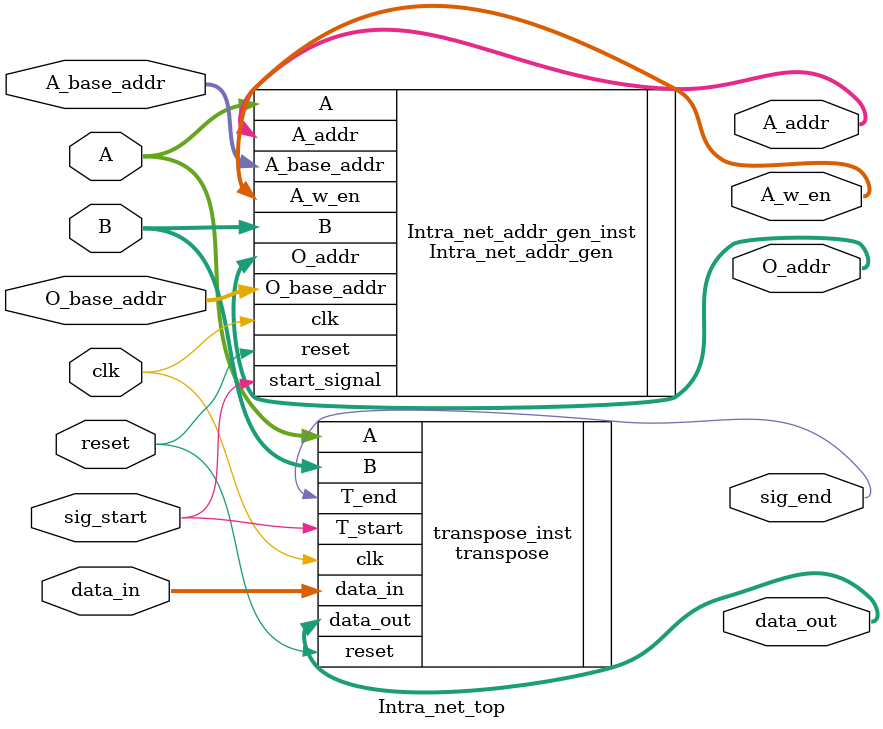
<source format=v>
`timescale 100ns/1ns
module Intra_net_top #(
    parameter integer ROW_DIM = 16,
    parameter integer COL_DIM = 16,
    parameter integer DATA_WIDTH = 8,
    parameter integer ADDR_WIDTH = 10,
    parameter integer IDX_WIDTH = 4
)(
    input wire clk,
    input wire reset,
    input wire sig_start,
    //configuration
    input wire [$clog2(COL_DIM) : 0]      A,
    input wire [$clog2(COL_DIM) : 0]      B,
    input wire [ADDR_WIDTH-1:0] O_base_addr,
    input wire [ADDR_WIDTH-1:0] A_base_addr,

    input wire [ROW_DIM*DATA_WIDTH -1 : 0] data_in,
    output wire [COL_DIM*DATA_WIDTH -1 : 0] data_out,
    output wire sig_end,

    //memory
    output wire [ADDR_WIDTH-1:0]O_addr,
    output wire [ADDR_WIDTH-1:0]A_addr,
    output wire [COL_DIM-1:0] A_w_en
);

    transpose #(
        .ROW_DIM(ROW_DIM),
        .COL_DIM(COL_DIM),
        .DATA_WIDTH(DATA_WIDTH)
    ) transpose_inst (
        .clk(clk),
        .reset(reset),
        .T_start(sig_start),
        .A(A),
        .B(B),
        .data_in(data_in),
        .data_out(data_out),
        .T_end(sig_end)
    );

    Intra_net_addr_gen #(
        .ACT_DATA_WIDTH(DATA_WIDTH),
        .ADDR_WIDTH(ADDR_WIDTH),
        .IDX_WIDTH(IDX_WIDTH),
        .COL_DIM(COL_DIM)
    ) Intra_net_addr_gen_inst (
        .clk(clk),
        .reset(reset),
        .O_base_addr(O_base_addr),
        .A_base_addr(A_base_addr),
        .A(A),
        .B(B),
        .start_signal(sig_start),
        .O_addr(O_addr),
        .A_addr(A_addr),
        .A_w_en(A_w_en)
    );

endmodule
</source>
